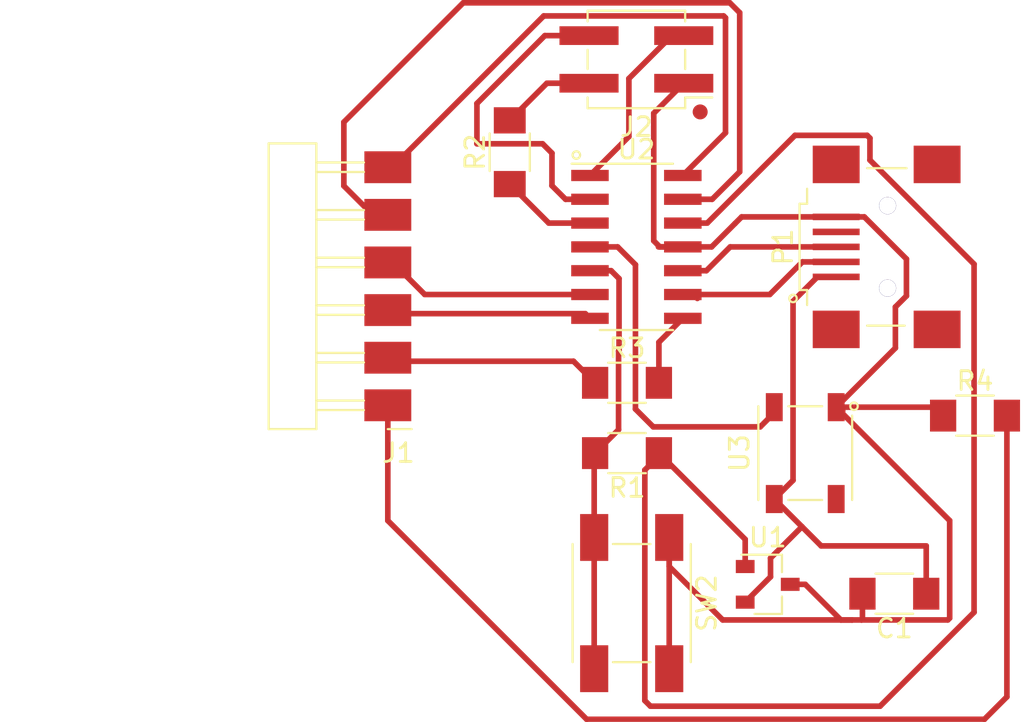
<source format=kicad_pcb>
(kicad_pcb (version 20240108) (generator "pcbnew") (generator_version "8.0")
  (layers (0 "F.Cu" signal) (31 "B.Cu" signal) (34 "B.Paste" user) (35 "F.Paste" user) (36 "B.SilkS" user "B.Silkscreen") (37 "F.SilkS" user "F.Silkscreen") (38 "B.Mask" user) (39 "F.Mask" user) (44 "Edge.Cuts" user))
  (net 0 "")
  (net 1 "PA31")
  (net 2 "5V")
  (net 3 "GND")
  (net 4 "PA02")
  (net 5 "PA04")
  (net 6 "PA28")
  (net 7 "PA30")
  (net 9 "D-")
  (net 11 "D+")
  (net 12 "PA15")
  (net 13 "3.3V")
  (net 14 "PA14")
  (net 15 "TARG_CLK")
  (net 16 "TARG_RST")
  (net 17 "TARG_DI0")
  (footprint "fab:LED_ADDR_Worldsemi_WS2812B" (layer "F.Cu") (at 131 49 90)
    (property "Reference" "U3" (at 0 -3.5 90) (layer "F.SilkS"))
    (property "Value" "LED_ADDR_Worldsemi_WS2812B" (hide yes))
    (fp_line (start 2.5 -2.5) (end -2.5 -2.5) (stroke (width 0.12)) (layer "F.SilkS"))
    (fp_line (start 2.5 -0.9) (end 2.5 0.9) (stroke (width 0.12)) (layer "F.SilkS"))
    (fp_line (start -2.5 -0.9) (end -2.5 0.9) (stroke (width 0.12)) (layer "F.SilkS"))
    (fp_line (start -2.5 2.5) (end 2 2.5) (stroke (width 0.12)) (layer "F.SilkS"))
    (fp_circle (center 2.5 2.6) (end 2.7 2.6) (stroke (width 0.12)) (fill none) (layer "F.SilkS"))
    (pad "1" smd rect (at -2.45 -1.65 90) (size 1.5 0.9) (layers "F.Cu" "F.Paste" "F.Mask") (net 2 "5V"))
    (pad "2" smd rect (at -2.45 1.65 90) (size 1.5 0.9) (layers "F.Cu" "F.Paste" "F.Mask"))
    (pad "3" smd rect (at 2.45 1.65 90) (size 1.5 0.9) (layers "F.Cu" "F.Paste" "F.Mask") (net 3 "GND"))
    (pad "4" smd rect (at 2.45 -1.65 90) (size 1.5 0.9) (layers "F.Cu" "F.Paste" "F.Mask") (net 14 "PA14"))
  )
  (footprint "fab:Button_Omron_B3SN_6.0x6.0mm" (layer "F.Cu") (at 121.75 57 -90)
    (property "Reference" "SW2" (at 0 -4 90) (layer "F.SilkS"))
    (property "Value" "Switch_Tactile_Omron" (hide yes))
    (fp_line (start 3.15 3.15) (end -3.15 3.15) (stroke (width 0.12)) (layer "F.SilkS"))
    (fp_line (start -3.15 1) (end -3.15 -1) (stroke (width 0.12)) (layer "F.SilkS"))
    (fp_line (start 3.15 -1) (end 3.15 1) (stroke (width 0.12)) (layer "F.SilkS"))
    (fp_line (start -3.15 -3.15) (end 3.15 -3.15) (stroke (width 0.12)) (layer "F.SilkS"))
    (pad "1" smd rect (at -3.5 -2 270) (size 2.5 1.5) (layers "F.Cu" "F.Paste" "F.Mask") (net 3 "GND"))
    (pad "1" smd rect (at 3.5 -2 270) (size 2.5 1.5) (layers "F.Cu" "F.Paste" "F.Mask") (net 3 "GND"))
    (pad "2" smd rect (at -3.5 2 270) (size 2.5 1.5) (layers "F.Cu" "F.Paste" "F.Mask") (net 12 "PA15"))
    (pad "2" smd rect (at 3.5 2 270) (size 2.5 1.5) (layers "F.Cu" "F.Paste" "F.Mask") (net 12 "PA15"))
  )
  (footprint "fab:PinHeader_2x02_P2.54mm_Vertical_SMD" (layer "F.Cu") (at 122 28 180)
    (property "Reference" "J2" (at 0 -3.6 180) (layer "F.SilkS"))
    (property "Value" "Conn_PinHeader_2x02_P2.54mm_Vertical_SMD" (hide yes))
    (fp_circle (center -3.4 -2.8) (end -3.1 -2.8) (stroke (width 0.2)) (fill solid) (layer "F.Cu"))
    (fp_line (start 2.6 2.03) (end 2.6 2.6) (stroke (width 0.12)) (layer "F.SilkS"))
    (fp_line (start 2.6 -0.51) (end 2.6 0.51) (stroke (width 0.12)) (layer "F.SilkS"))
    (fp_line (start 2.6 -2.6) (end 2.6 -2.03) (stroke (width 0.12)) (layer "F.SilkS"))
    (fp_line (start -2.6 2.6) (end 2.6 2.6) (stroke (width 0.12)) (layer "F.SilkS"))
    (fp_line (start -2.6 2.03) (end -2.6 2.6) (stroke (width 0.12)) (layer "F.SilkS"))
    (fp_line (start -2.6 -0.51) (end -2.6 0.51) (stroke (width 0.12)) (layer "F.SilkS"))
    (fp_line (start -2.6 -2.6) (end 2.6 -2.6) (stroke (width 0.12)) (layer "F.SilkS"))
    (fp_line (start -2.6 -2.6) (end -2.6 -2.03) (stroke (width 0.12)) (layer "F.SilkS"))
    (fp_line (start -4.04 -2.03) (end -2.6 -2.03) (stroke (width 0.12)) (layer "F.SilkS"))
    (pad "1" smd rect (at -2.525 -1.27 180) (size 3.15 1) (layers "F.Cu" "F.Paste" "F.Mask") (net 3 "GND"))
    (pad "2" smd rect (at 2.525 -1.27 180) (size 3.15 1) (layers "F.Cu" "F.Paste" "F.Mask") (net 16 "TARG_RST"))
    (pad "3" smd rect (at -2.525 1.27 180) (size 3.15 1) (layers "F.Cu" "F.Paste" "F.Mask") (net 17 "TARG_DI0"))
    (pad "4" smd rect (at 2.525 1.27 180) (size 3.15 1) (layers "F.Cu" "F.Paste" "F.Mask") (net 15 "TARG_CLK"))
  )
  (footprint "fab:Conn_USB_miniB_Socket_CUIDevices_UJ2-MBH-1-SMT-TR" (layer "F.Cu") (at 140.5 38 90)
    (property "Reference" "P1" (at 0 -10.1 90) (layer "F.SilkS") (effects (justify bottom)))
    (property "Value" "Conn_USB_miniB_Socket_CUIDevices_UJ2-MBH-1-SMT-TR" (hide yes))
    (fp_line (start 2.3 -9.8) (end 2.3 -9.4) (stroke (width 0.12)) (layer "F.SilkS"))
    (fp_line (start -2.3 -9.8) (end 2.3 -9.8) (stroke (width 0.12)) (layer "F.SilkS"))
    (fp_line (start 2.3 -9.4) (end 3.1 -9.4) (stroke (width 0.12)) (layer "F.SilkS"))
    (fp_line (start -2.3 -9.4) (end -2.3 -9.8) (stroke (width 0.12)) (layer "F.SilkS"))
    (fp_line (start -3.1 -9.4) (end -2.3 -9.4) (stroke (width 0.12)) (layer "F.SilkS"))
    (fp_line (start 4.2 -6.2) (end 4.2 -4.1) (stroke (width 0.12)) (layer "F.SilkS"))
    (fp_line (start -4.2 -6.2) (end -4.2 -4.2) (stroke (width 0.12)) (layer "F.SilkS"))
    (fp_circle (center -2.75 -10.15) (end -2.75 -9.95) (stroke (width 0.12)) (fill none) (layer "F.SilkS"))
    (pad "" smd rect (at -3.4 -7.85 90) (size 2 2.5) (drill (offset -1 0)) (layers "F.Cu" "F.Paste" "F.Mask"))
    (pad "" smd rect (at -3.4 -2.47 90) (size 2 2.5) (drill (offset -1 0)) (layers "F.Cu" "F.Paste" "F.Mask"))
    (pad "" thru_hole circle (at -2.2 -5.11 90) (size 0.91 0.91) (drill 0.9) (layers "*.Cu" "*.Mask"))
    (pad "" thru_hole circle (at 2.2 -5.11 90) (size 0.91 0.91) (drill 0.9) (layers "*.Cu" "*.Mask"))
    (pad "" smd rect (at 3.4 -7.85 90) (size 2 2.5) (drill (offset 1 0)) (layers "F.Cu" "F.Paste" "F.Mask"))
    (pad "" smd rect (at 3.4 -2.47 90) (size 2 2.5) (drill (offset 1 0)) (layers "F.Cu" "F.Paste" "F.Mask"))
    (pad "1" smd rect (at -1.6 -7.85 90) (size 0.35 2.5) (layers "F.Cu" "F.Paste" "F.Mask") (net 2 "5V"))
    (pad "2" smd rect (at -0.8 -7.85 90) (size 0.35 2.5) (layers "F.Cu" "F.Paste" "F.Mask") (net 9 "D-"))
    (pad "3" smd rect (at 0 -7.85 90) (size 0.35 2.5) (layers "F.Cu" "F.Paste" "F.Mask") (net 11 "D+"))
    (pad "4" smd rect (at 0.8 -7.85 90) (size 0.35 2.5) (layers "F.Cu" "F.Paste" "F.Mask"))
    (pad "5" smd rect (at 1.6 -7.85 90) (size 0.35 2.5) (layers "F.Cu" "F.Paste" "F.Mask") (net 3 "GND"))
  )
  (footprint "fab:PinHeader_1x06_P2.54mm_Horizontal_SMD" (layer "F.Cu") (at 108.75 46.45 180)
    (property "Reference" "J1" (at -1.524 -2.54 180) (layer "F.SilkS") (effects (justify right)))
    (property "Value" "Conn_PinHeader_1x06_P2.54mm_Horizontal_SMD")
    (fp_line (start 6.35 13.97) (end 3.81 13.97) (stroke (width 0.12)) (layer "F.SilkS"))
    (fp_line (start 6.35 -1.27) (end 6.35 13.97) (stroke (width 0.12)) (layer "F.SilkS"))
    (fp_line (start 3.81 13.97) (end 3.81 -1.27) (stroke (width 0.12)) (layer "F.SilkS"))
    (fp_line (start 3.81 12.954) (end 1.27 12.954) (stroke (width 0.12)) (layer "F.SilkS"))
    (fp_line (start 3.81 12.446) (end 1.27 12.446) (stroke (width 0.12)) (layer "F.SilkS"))
    (fp_line (start 3.81 10.414) (end 1.27 10.414) (stroke (width 0.12)) (layer "F.SilkS"))
    (fp_line (start 3.81 9.906) (end 1.27 9.906) (stroke (width 0.12)) (layer "F.SilkS"))
    (fp_line (start 3.81 7.874) (end 1.27 7.874) (stroke (width 0.12)) (layer "F.SilkS"))
    (fp_line (start 3.81 7.366) (end 1.27 7.366) (stroke (width 0.12)) (layer "F.SilkS"))
    (fp_line (start 3.81 5.334) (end 1.27 5.334) (stroke (width 0.12)) (layer "F.SilkS"))
    (fp_line (start 3.81 4.826) (end 1.27 4.826) (stroke (width 0.12)) (layer "F.SilkS"))
    (fp_line (start 3.81 2.794) (end 1.27 2.794) (stroke (width 0.12)) (layer "F.SilkS"))
    (fp_line (start 3.81 2.286) (end 1.27 2.286) (stroke (width 0.12)) (layer "F.SilkS"))
    (fp_line (start 3.81 0.254) (end 1.27 0.254) (stroke (width 0.12)) (layer "F.SilkS"))
    (fp_line (start 3.81 -0.254) (end 1.27 -0.254) (stroke (width 0.12)) (layer "F.SilkS"))
    (fp_line (start 3.81 -1.27) (end 6.35 -1.27) (stroke (width 0.12)) (layer "F.SilkS"))
    (fp_line (start -1.27 -1.27) (end 0 -1.27) (stroke (width 0.12)) (layer "F.SilkS"))
    (pad "1" smd rect (at 0 0 180) (size 2.5 1.7) (layers "F.Cu" "F.Paste" "F.Mask") (net 3 "GND"))
    (pad "2" smd rect (at 0 2.54 180) (size 2.5 1.7) (layers "F.Cu" "F.Paste" "F.Mask") (net 1 "PA31"))
    (pad "3" smd rect (at 0 5.08 180) (size 2.5 1.7) (layers "F.Cu" "F.Paste" "F.Mask") (net 7 "PA30"))
    (pad "4" smd rect (at 0 7.62 180) (size 2.5 1.7) (layers "F.Cu" "F.Paste" "F.Mask") (net 6 "PA28"))
    (pad "5" smd rect (at 0 10.16 180) (size 2.5 1.7) (layers "F.Cu" "F.Paste" "F.Mask") (net 4 "PA02"))
    (pad "6" smd rect (at 0 12.7 180) (size 2.5 1.7) (layers "F.Cu" "F.Paste" "F.Mask") (net 5 "PA04"))
  )
  (footprint "fab:R_1206" (layer "F.Cu") (at 115.25 32.95 90)
    (property "Reference" "R2" (at 0 -1.85 -90) (layer "F.SilkS"))
    (property "Value" "Zero")
    (fp_line (start -1 -1.07) (end 1 -1.07) (stroke (width 0.12)) (layer "F.SilkS"))
    (fp_line (start 1 1.07) (end -1 1.07) (stroke (width 0.12)) (layer "F.SilkS"))
    (pad "1" smd rect (at -1.7 0 90) (size 1.4 1.7) (layers "F.Cu" "F.Paste" "F.Mask") (net 16 "TARG_RST"))
    (pad "2" smd rect (at 1.7 0 90) (size 1.4 1.7) (layers "F.Cu" "F.Paste" "F.Mask") (net 16 "TARG_RST"))
  )
  (footprint "fab:R_1206" (layer "F.Cu") (at 121.5 49 180)
    (property "Reference" "R1" (at 0 -1.85 180) (layer "F.SilkS"))
    (property "Value" "10k")
    (fp_line (start 1 1.07) (end -1 1.07) (stroke (width 0.12)) (layer "F.SilkS"))
    (fp_line (start -1 -1.07) (end 1 -1.07) (stroke (width 0.12)) (layer "F.SilkS"))
    (pad "1" smd rect (at -1.7 0 180) (size 1.4 1.7) (layers "F.Cu" "F.Paste" "F.Mask") (net 13 "3.3V"))
    (pad "2" smd rect (at 1.7 0 180) (size 1.4 1.7) (layers "F.Cu" "F.Paste" "F.Mask") (net 12 "PA15"))
  )
  (footprint "fab:R_1206" (layer "F.Cu") (at 140.05 47)
    (property "Reference" "R4" (at 0 -1.85 0) (layer "F.SilkS"))
    (property "Value" "Zero")
    (fp_line (start -1 -1.07) (end 1 -1.07) (stroke (width 0.12)) (layer "F.SilkS"))
    (fp_line (start 1 1.07) (end -1 1.07) (stroke (width 0.12)) (layer "F.SilkS"))
    (pad "1" smd rect (at -1.7 0) (size 1.4 1.7) (layers "F.Cu" "F.Paste" "F.Mask") (net 3 "GND"))
    (pad "2" smd rect (at 1.7 0) (size 1.4 1.7) (layers "F.Cu" "F.Paste" "F.Mask") (net 3 "GND"))
  )
  (footprint "fab:SOT-23-3" (layer "F.Cu") (at 129 56)
    (property "Reference" "U1" (at 0 -2.5 0) (layer "F.SilkS"))
    (property "Value" "Regulator_Linear_3.3V_100mA_TexasInstruments" (hide yes))
    (fp_line (start 0.76 -1.58) (end -1.4 -1.58) (stroke (width 0.12)) (layer "F.SilkS"))
    (fp_line (start 0.76 -1.58) (end 0.76 -0.65) (stroke (width 0.12)) (layer "F.SilkS"))
    (fp_line (start 0.76 1.58) (end -0.7 1.58) (stroke (width 0.12)) (layer "F.SilkS"))
    (fp_line (start 0.76 1.58) (end 0.76 0.65) (stroke (width 0.12)) (layer "F.SilkS"))
    (pad "1" smd rect (at -1.2 -0.95) (size 1 0.7) (layers "F.Cu" "F.Paste" "F.Mask") (net 13 "3.3V"))
    (pad "2" smd rect (at -1.2 0.95) (size 1 0.7) (layers "F.Cu" "F.Paste" "F.Mask") (net 2 "5V"))
    (pad "3" smd rect (at 1.2 0) (size 1 0.7) (layers "F.Cu" "F.Paste" "F.Mask") (net 3 "GND"))
  )
  (footprint "fab:R_1206" (layer "F.Cu") (at 121.5 45.25)
    (property "Reference" "R3" (at 0 -1.85 0) (layer "F.SilkS"))
    (property "Value" "Zero")
    (fp_line (start -1 -1.07) (end 1 -1.07) (stroke (width 0.12)) (layer "F.SilkS"))
    (fp_line (start 1 1.07) (end -1 1.07) (stroke (width 0.12)) (layer "F.SilkS"))
    (pad "1" smd rect (at -1.7 0) (size 1.4 1.7) (layers "F.Cu" "F.Paste" "F.Mask") (net 1 "PA31"))
    (pad "2" smd rect (at 1.7 0) (size 1.4 1.7) (layers "F.Cu" "F.Paste" "F.Mask") (net 1 "PA31"))
  )
  (footprint "fab:C_1206" (layer "F.Cu") (at 135.75 56.5 180)
    (property "Reference" "C1" (at 0 -1.85 180) (layer "F.SilkS"))
    (property "Value" "C_1206")
    (fp_line (start 1 1.07) (end -1 1.07) (stroke (width 0.12)) (layer "F.SilkS"))
    (fp_line (start -1 -1.07) (end 1 -1.07) (stroke (width 0.12)) (layer "F.SilkS"))
    (pad "1" smd rect (at -1.7 0 180) (size 1.4 1.7) (layers "F.Cu" "F.Paste" "F.Mask") (net 2 "5V"))
    (pad "2" smd rect (at 1.7 0 180) (size 1.4 1.7) (layers "F.Cu" "F.Paste" "F.Mask") (net 3 "GND"))
  )
  (footprint "fab:SOIC-14_3.9x8.7mm_P1.27mm" (layer "F.Cu") (at 122 38)
    (property "Reference" "U2" (at 0 -5.2 0) (layer "F.SilkS"))
    (property "Value" "Microcontroller_ATSAMD11C14A-SSUT" (hide yes))
    (fp_line (start 0 -4.435) (end -3.45 -4.435) (stroke (width 0.12)) (layer "F.SilkS"))
    (fp_line (start 0 -4.435) (end 1.95 -4.435) (stroke (width 0.12)) (layer "F.SilkS"))
    (fp_line (start 0 4.435) (end -1.95 4.435) (stroke (width 0.12)) (layer "F.SilkS"))
    (fp_line (start 0 4.435) (end 1.95 4.435) (stroke (width 0.12)) (layer "F.SilkS"))
    (fp_circle (center -3.2 -4.9) (end -3.2 -4.7) (stroke (width 0.12)) (fill none) (layer "F.SilkS"))
    (pad "1" smd rect (at -2.475 -3.81) (size 2 0.6) (layers "F.Cu" "F.Paste" "F.Mask") (net 17 "TARG_DI0"))
    (pad "2" smd rect (at -2.475 -2.54) (size 2 0.6) (layers "F.Cu" "F.Paste" "F.Mask") (net 15 "TARG_CLK"))
    (pad "3" smd rect (at -2.475 -1.27) (size 2 0.6) (layers "F.Cu" "F.Paste" "F.Mask") (net 16 "TARG_RST"))
    (pad "4" smd rect (at -2.475 0) (size 2 0.6) (layers "F.Cu" "F.Paste" "F.Mask") (net 14 "PA14"))
    (pad "5" smd rect (at -2.475 1.27) (size 2 0.6) (layers "F.Cu" "F.Paste" "F.Mask") (net 12 "PA15"))
    (pad "6" smd rect (at -2.475 2.54) (size 2 0.6) (layers "F.Cu" "F.Paste" "F.Mask") (net 6 "PA28"))
    (pad "7" smd rect (at -2.475 3.81) (size 2 0.6) (layers "F.Cu" "F.Paste" "F.Mask") (net 7 "PA30"))
    (pad "8" smd rect (at 2.475 3.81) (size 2 0.6) (layers "F.Cu" "F.Paste" "F.Mask") (net 1 "PA31"))
    (pad "9" smd rect (at 2.475 2.54) (size 2 0.6) (layers "F.Cu" "F.Paste" "F.Mask") (net 9 "D-"))
    (pad "10" smd rect (at 2.475 1.27) (size 2 0.6) (layers "F.Cu" "F.Paste" "F.Mask") (net 11 "D+"))
    (pad "11" smd rect (at 2.475 0) (size 2 0.6) (layers "F.Cu" "F.Paste" "F.Mask") (net 3 "GND"))
    (pad "12" smd rect (at 2.475 -1.27) (size 2 0.6) (layers "F.Cu" "F.Paste" "F.Mask") (net 13 "3.3V"))
    (pad "13" smd rect (at 2.475 -2.54) (size 2 0.6) (layers "F.Cu" "F.Paste" "F.Mask") (net 4 "PA02"))
    (pad "14" smd rect (at 2.475 -3.81) (size 2 0.6) (layers "F.Cu" "F.Paste" "F.Mask") (net 5 "PA04"))
  )
  (segment (start 108.8 44.1) (end 118.65 44.1) (width 0.3) (layer "F.Cu") (net 1))
  (segment (start 123.2 45.25) (end 123.2 43.085) (width 0.3) (layer "F.Cu") (net 1))
  (segment (start 123.2 43.085) (end 124.475 41.81) (width 0.3) (layer "F.Cu") (net 1))
  (segment (start 118.65 44.1) (end 119.8 45.25) (width 0.3) (layer "F.Cu") (net 1))
  (segment (start 123.2 45.25) (end 123 45.25) (width 0.3) (layer "F.Cu") (net 1))
  (segment (start 130.825 52.925) (end 129.35 51.45) (width 0.3) (layer "F.Cu") (net 2))
  (segment (start 129.15 51.65) (end 129.35 51.45) (width 0.3) (layer "F.Cu") (net 2))
  (segment (start 137.45 53.95) (end 131.85 53.95) (width 0.3) (layer "F.Cu") (net 2))
  (segment (start 137.45 56.5) (end 137.45 56.45) (width 0.3) (layer "F.Cu") (net 2))
  (segment (start 130.35 50.45) (end 130.35 40.9) (width 0.3) (layer "F.Cu") (net 2))
  (segment (start 127.8 56.95) (end 129.15 55.6) (width 0.3) (layer "F.Cu") (net 2))
  (segment (start 129.15 55.6) (end 129.15 54.6) (width 0.3) (layer "F.Cu") (net 2))
  (segment (start 131.85 53.95) (end 130.825 52.925) (width 0.3) (layer "F.Cu") (net 2))
  (segment (start 131.65 39.6) (end 132.65 39.6) (width 0.3) (layer "F.Cu") (net 2))
  (segment (start 129.15 54.6) (end 130.825 52.925) (width 0.3) (layer "F.Cu") (net 2))
  (segment (start 137.45 56.5) (end 137.45 53.95) (width 0.3) (layer "F.Cu") (net 2))
  (segment (start 137.45 56.45) (end 137.25 56.25) (width 0.3) (layer "F.Cu") (net 2))
  (segment (start 129.35 51.45) (end 130.35 50.45) (width 0.3) (layer "F.Cu") (net 2))
  (segment (start 130.35 40.9) (end 131.65 39.6) (width 0.3) (layer "F.Cu") (net 2))
  (segment (start 130.2 56) (end 131 56) (width 0.3) (layer "F.Cu") (net 3))
  (segment (start 134 57.9) (end 133.5 57.9) (width 0.3) (layer "F.Cu") (net 3))
  (segment (start 137.9 46.55) (end 138.35 47) (width 0.3) (layer "F.Cu") (net 3))
  (segment (start 127.61005 36.4) (end 132.65 36.4) (width 0.3) (layer "F.Cu") (net 3))
  (segment (start 123.75 53.5) (end 123.75 60.5) (width 0.3) (layer "F.Cu") (net 3))
  (segment (start 134.05 57.85) (end 134 57.9) (width 0.3) (layer "F.Cu") (net 3))
  (segment (start 122.925 30.87) (end 122.925 37.675) (width 0.3) (layer "F.Cu") (net 3))
  (segment (start 138.6 57.9) (end 134 57.9) (width 0.3) (layer "F.Cu") (net 3))
  (segment (start 123.75 53.5) (end 123.75 55.05) (width 0.3) (layer "F.Cu") (net 3))
  (segment (start 123.175 38) (end 124.475 38) (width 0.3) (layer "F.Cu") (net 3))
  (segment (start 126.01005 38) (end 127.255025 36.755025) (width 0.3) (layer "F.Cu") (net 3))
  (segment (start 123.25 38) (end 124.475 38) (width 0.3) (layer "F.Cu") (net 3))
  (segment (start 132.65 46.55) (end 137.9 46.55) (width 0.3) (layer "F.Cu") (net 3))
  (segment (start 132.8 46.55) (end 133 46.75) (width 0.3) (layer "F.Cu") (net 3))
  (segment (start 124.525 29.27) (end 125.235648 29.27) (width 0.3) (layer "F.Cu") (net 3))
  (segment (start 122.925 37.675) (end 123.25 38) (width 0.3) (layer "F.Cu") (net 3))
  (segment (start 136.395 40.616285) (end 136.395 38.645) (width 0.3) (layer "F.Cu") (net 3))
  (segment (start 134.05 56.5) (end 134.05 57.85) (width 0.3) (layer "F.Cu") (net 3))
  (segment (start 124.525 29.27) (end 122.925 30.87) (width 0.3) (layer "F.Cu") (net 3))
  (segment (start 140.55 63.2) (end 141.75 62) (width 0.3) (layer "F.Cu") (net 3))
  (segment (start 123.75 55.05) (end 126.6 57.9) (width 0.3) (layer "F.Cu") (net 3))
  (segment (start 132.65 46.55) (end 132.8 46.55) (width 0.3) (layer "F.Cu") (net 3))
  (segment (start 133.5 57.9) (end 132.9 57.9) (width 0.3) (layer "F.Cu") (net 3))
  (segment (start 127.255025 36.755025) (end 127.61005 36.4) (width 0.3) (layer "F.Cu") (net 3))
  (segment (start 132.65 46.55) (end 138.7 52.6) (width 0.3) (layer "F.Cu") (net 3))
  (segment (start 126.6 57.9) (end 133.5 57.9) (width 0.3) (layer "F.Cu") (net 3))
  (segment (start 124.475 38) (end 126.01005 38) (width 0.3) (layer "F.Cu") (net 3))
  (segment (start 108.75 46.45) (end 108.75 52.6) (width 0.3) (layer "F.Cu") (net 3))
  (segment (start 136.395 38.645) (end 134.15 36.4) (width 0.3) (layer "F.Cu") (net 3))
  (segment (start 108.75 52.6) (end 119.35 63.2) (width 0.3) (layer "F.Cu") (net 3))
  (segment (start 135.806285 41.205) (end 136.395 40.616285) (width 0.3) (layer "F.Cu") (net 3))
  (segment (start 134.15 36.4) (end 132.65 36.4) (width 0.3) (layer "F.Cu") (net 3))
  (segment (start 132.65 46.55) (end 135.806285 43.393715) (width 0.3) (layer "F.Cu") (net 3))
  (segment (start 138.7 52.6) (end 138.7 57.8) (width 0.3) (layer "F.Cu") (net 3))
  (segment (start 135.806285 43.393715) (end 135.806285 41.205) (width 0.3) (layer "F.Cu") (net 3))
  (segment (start 138.7 57.8) (end 138.6 57.9) (width 0.3) (layer "F.Cu") (net 3))
  (segment (start 141.75 62) (end 141.75 47) (width 0.3) (layer "F.Cu") (net 3))
  (segment (start 119.35 63.2) (end 140.55 63.2) (width 0.3) (layer "F.Cu") (net 3))
  (segment (start 131 56) (end 132.9 57.9) (width 0.3) (layer "F.Cu") (net 3))
  (segment (start 126.98 24.98) (end 127.507525 25.507525) (width 0.3) (layer "F.Cu") (net 4))
  (segment (start 106.406739 34.746739) (end 106.406739 31.343261) (width 0.3) (layer "F.Cu") (net 4))
  (segment (start 106.406739 31.343261) (end 112.77 24.98) (width 0.3) (layer "F.Cu") (net 4))
  (segment (start 108.8 36.48) (end 108.14 36.48) (width 0.3) (layer "F.Cu") (net 4))
  (segment (start 109 36.25) (end 108.8 36.45) (width 0.3) (layer "F.Cu") (net 4))
  (segment (start 126.04 35.46) (end 124.475 35.46) (width 0.3) (layer "F.Cu") (net 4))
  (segment (start 108.14 36.48) (end 106.406739 34.746739) (width 0.3) (layer "F.Cu") (net 4))
  (segment (start 127.507525 25.507525) (end 127.507525 33.992475) (width 0.3) (layer "F.Cu") (net 4))
  (segment (start 127.507525 33.992475) (end 126.04 35.46) (width 0.3) (layer "F.Cu") (net 4))
  (segment (start 112.77 24.98) (end 126.98 24.98) (width 0.3) (layer "F.Cu") (net 4))
  (segment (start 108.8 36.45) (end 108.8 36.48) (width 0.3) (layer "F.Cu") (net 4))
  (segment (start 126.75 31.915) (end 124.475 34.19) (width 0.3) (layer "F.Cu") (net 5))
  (segment (start 117.06 25.68) (end 126.65 25.68) (width 0.3) (layer "F.Cu") (net 5))
  (segment (start 126.75 25.78) (end 126.75 31.915) (width 0.3) (layer "F.Cu") (net 5))
  (segment (start 126.65 25.68) (end 126.75 25.78) (width 0.3) (layer "F.Cu") (net 5))
  (segment (start 108.8 33.94) (end 117.06 25.68) (width 0.3) (layer "F.Cu") (net 5))
  (segment (start 108.8 39.02) (end 109.2 39.02) (width 0.3) (layer "F.Cu") (net 6))
  (segment (start 110.72 40.54) (end 119.525 40.54) (width 0.3) (layer "F.Cu") (net 6))
  (segment (start 109.2 39.02) (end 110.72 40.54) (width 0.3) (layer "F.Cu") (net 6))
  (segment (start 108.8 41.56) (end 119.275 41.56) (width 0.3) (layer "F.Cu") (net 7))
  (segment (start 119.275 41.56) (end 119.525 41.81) (width 0.3) (layer "F.Cu") (net 7))
  (segment (start 130.85 38.8) (end 132.65 38.8) (width 0.3) (layer "F.Cu") (net 9))
  (segment (start 129.11 40.54) (end 130.85 38.8) (width 0.3) (layer "F.Cu") (net 9))
  (segment (start 124.475 40.54) (end 125.04 40.54) (width 0.3) (layer "F.Cu") (net 9))
  (segment (start 124.475 40.54) (end 129.11 40.54) (width 0.3) (layer "F.Cu") (net 9))
  (segment (start 125.04 40.54) (end 125.25 40.75) (width 0.3) (layer "F.Cu") (net 9))
  (segment (start 124.475 39.27) (end 125.73 39.27) (width 0.3) (layer "F.Cu") (net 11))
  (segment (start 124.98 39.27) (end 125 39.25) (width 0.3) (layer "F.Cu") (net 11))
  (segment (start 125.73 39.27) (end 127 38) (width 0.3) (layer "F.Cu") (net 11))
  (segment (start 124.475 39.27) (end 124.98 39.27) (width 0.3) (layer "F.Cu") (net 11))
  (segment (start 127 38) (end 132.65 38) (width 0.3) (layer "F.Cu") (net 11))
  (segment (start 121.05 47.75) (end 121.05 43.55) (width 0.3) (layer "F.Cu") (net 12))
  (segment (start 119.75 53.5) (end 119.75 49.05) (width 0.3) (layer "F.Cu") (net 12))
  (segment (start 121.075 39.69) (end 120.655 39.27) (width 0.3) (layer "F.Cu") (net 12))
  (segment (start 121.05 43.55) (end 121.075 43.525) (width 0.3) (layer "F.Cu") (net 12))
  (segment (start 119.75 49.05) (end 119.8 49) (width 0.3) (layer "F.Cu") (net 12))
  (segment (start 120.655 39.27) (end 119.525 39.27) (width 0.3) (layer "F.Cu") (net 12))
  (segment (start 119.8 49) (end 121.05 47.75) (width 0.3) (layer "F.Cu") (net 12))
  (segment (start 121.075 43.525) (end 121.075 39.69) (width 0.3) (layer "F.Cu") (net 12))
  (segment (start 119.75 53.5) (end 119.75 60.5) (width 0.3) (layer "F.Cu") (net 12))
  (segment (start 123.2 49) (end 123.2 49.15) (width 0.3) (layer "F.Cu") (net 13))
  (segment (start 130.455 32.05) (end 134.3 32.05) (width 0.3) (layer "F.Cu") (net 13))
  (segment (start 124.475 36.73) (end 125.775 36.73) (width 0.3) (layer "F.Cu") (net 13))
  (segment (start 134.3 32.05) (end 134.45 32.2) (width 0.3) (layer "F.Cu") (net 13))
  (segment (start 122.75 62.5) (end 134.98995 62.5) (width 0.3) (layer "F.Cu") (net 13))
  (segment (start 123.2 49.15) (end 122.45 49.9) (width 0.3) (layer "F.Cu") (net 13))
  (segment (start 140 57.48995) (end 140 38.92) (width 0.3) (layer "F.Cu") (net 13))
  (segment (start 122.45 62.2) (end 122.75 62.5) (width 0.3) (layer "F.Cu") (net 13))
  (segment (start 127.8 55.05) (end 127.8 53.6) (width 0.3) (layer "F.Cu") (net 13))
  (segment (start 125.775 36.73) (end 130.455 32.05) (width 0.3) (layer "F.Cu") (net 13))
  (segment (start 140 38.92) (end 134.45 33.37) (width 0.3) (layer "F.Cu") (net 13))
  (segment (start 122.45 49.9) (end 122.45 62.2) (width 0.3) (layer "F.Cu") (net 13))
  (segment (start 127.8 53.6) (end 123.2 49) (width 0.3) (layer "F.Cu") (net 13))
  (segment (start 134.45 33.37) (end 134.45 32.2) (width 0.3) (layer "F.Cu") (net 13))
  (segment (start 134.98995 62.5) (end 140 57.48995) (width 0.3) (layer "F.Cu") (net 13))
  (segment (start 122.9 47.6) (end 121.95 46.65) (width 0.3) (layer "F.Cu") (net 14))
  (segment (start 128.6 47.6) (end 122.9 47.6) (width 0.3) (layer "F.Cu") (net 14))
  (segment (start 129.35 46.55) (end 129.35 46.85) (width 0.3) (layer "F.Cu") (net 14))
  (segment (start 129.35 46.85) (end 128.6 47.6) (width 0.3) (layer "F.Cu") (net 14))
  (segment (start 121.95 38.95) (end 121 38) (width 0.3) (layer "F.Cu") (net 14))
  (segment (start 121.95 46.65) (end 121.95 38.95) (width 0.3) (layer "F.Cu") (net 14))
  (segment (start 121 38) (end 119.525 38) (width 0.3) (layer "F.Cu") (net 14))
  (segment (start 113.5 32.5) (end 117 32.5) (width 0.3) (layer "F.Cu") (net 15))
  (segment (start 117.5 34.735) (end 118.225 35.46) (width 0.3) (layer "F.Cu") (net 15))
  (segment (start 118.225 35.46) (end 119.525 35.46) (width 0.3) (layer "F.Cu") (net 15))
  (segment (start 117 32.5) (end 117.5 33) (width 0.3) (layer "F.Cu") (net 15))
  (segment (start 117.12 26.73) (end 113.5 30.35) (width 0.3) (layer "F.Cu") (net 15))
  (segment (start 119.475 26.73) (end 117.12 26.73) (width 0.3) (layer "F.Cu") (net 15))
  (segment (start 117.5 33) (end 117.5 34.735) (width 0.3) (layer "F.Cu") (net 15))
  (segment (start 113.5 30.35) (end 113.5 32.5) (width 0.3) (layer "F.Cu") (net 15))
  (segment (start 117.33 36.73) (end 119.525 36.73) (width 0.3) (layer "F.Cu") (net 16))
  (segment (start 119.475 29.27) (end 117.23 29.27) (width 0.3) (layer "F.Cu") (net 16))
  (segment (start 117.23 29.27) (end 115.25 31.25) (width 0.3) (layer "F.Cu") (net 16))
  (segment (start 115.25 34.65) (end 117.33 36.73) (width 0.3) (layer "F.Cu") (net 16))
  (segment (start 123.89 26.73) (end 121.6 29.02) (width 0.3) (layer "F.Cu") (net 17))
  (segment (start 124.525 26.73) (end 123.89 26.73) (width 0.3) (layer "F.Cu") (net 17))
  (segment (start 121.6 29.02) (end 121.6 32.115) (width 0.3) (layer "F.Cu") (net 17))
  (segment (start 121.6 32.115) (end 119.525 34.19) (width 0.3) (layer "F.Cu") (net 17))
)
</source>
